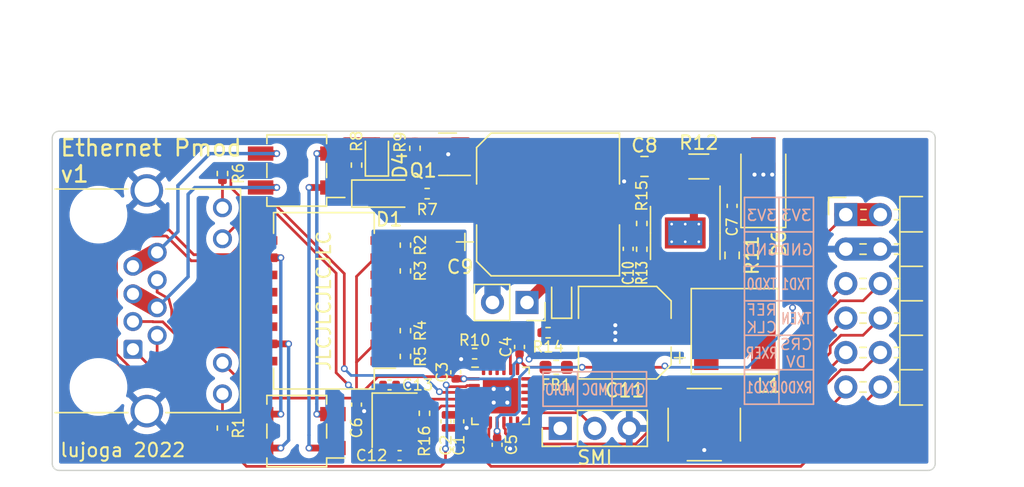
<source format=kicad_pcb>
(kicad_pcb (version 20211014) (generator pcbnew)

  (general
    (thickness 1.6)
  )

  (paper "A4")
  (layers
    (0 "F.Cu" signal)
    (31 "B.Cu" signal)
    (32 "B.Adhes" user "B.Adhesive")
    (33 "F.Adhes" user "F.Adhesive")
    (34 "B.Paste" user)
    (35 "F.Paste" user)
    (36 "B.SilkS" user "B.Silkscreen")
    (37 "F.SilkS" user "F.Silkscreen")
    (38 "B.Mask" user)
    (39 "F.Mask" user)
    (40 "Dwgs.User" user "User.Drawings")
    (41 "Cmts.User" user "User.Comments")
    (42 "Eco1.User" user "User.Eco1")
    (43 "Eco2.User" user "User.Eco2")
    (44 "Edge.Cuts" user)
    (45 "Margin" user)
    (46 "B.CrtYd" user "B.Courtyard")
    (47 "F.CrtYd" user "F.Courtyard")
    (48 "B.Fab" user)
    (49 "F.Fab" user)
    (50 "User.1" user)
    (51 "User.2" user)
    (52 "User.3" user)
    (53 "User.4" user)
    (54 "User.5" user)
    (55 "User.6" user)
    (56 "User.7" user)
    (57 "User.8" user)
    (58 "User.9" user)
  )

  (setup
    (stackup
      (layer "F.SilkS" (type "Top Silk Screen") (color "White"))
      (layer "F.Paste" (type "Top Solder Paste"))
      (layer "F.Mask" (type "Top Solder Mask") (color "Black") (thickness 0.01))
      (layer "F.Cu" (type "copper") (thickness 0.035))
      (layer "dielectric 1" (type "core") (thickness 1.51) (material "FR4") (epsilon_r 4.5) (loss_tangent 0.02))
      (layer "B.Cu" (type "copper") (thickness 0.035))
      (layer "B.Mask" (type "Bottom Solder Mask") (color "Black") (thickness 0.01))
      (layer "B.Paste" (type "Bottom Solder Paste"))
      (layer "B.SilkS" (type "Bottom Silk Screen") (color "White"))
      (copper_finish "HAL lead-free")
      (dielectric_constraints no)
    )
    (pad_to_mask_clearance 0)
    (pcbplotparams
      (layerselection 0x00010fc_ffffffff)
      (disableapertmacros false)
      (usegerberextensions false)
      (usegerberattributes true)
      (usegerberadvancedattributes true)
      (creategerberjobfile true)
      (svguseinch false)
      (svgprecision 6)
      (excludeedgelayer true)
      (plotframeref false)
      (viasonmask false)
      (mode 1)
      (useauxorigin false)
      (hpglpennumber 1)
      (hpglpenspeed 20)
      (hpglpendiameter 15.000000)
      (dxfpolygonmode true)
      (dxfimperialunits true)
      (dxfusepcbnewfont true)
      (psnegative false)
      (psa4output false)
      (plotreference true)
      (plotvalue true)
      (plotinvisibletext false)
      (sketchpadsonfab false)
      (subtractmaskfromsilk false)
      (outputformat 1)
      (mirror false)
      (drillshape 1)
      (scaleselection 1)
      (outputdirectory "")
    )
  )

  (net 0 "")
  (net 1 "+1V2")
  (net 2 "GND")
  (net 3 "VDDA")
  (net 4 "+3V3")
  (net 5 "Net-(C7-Pad1)")
  (net 6 "Net-(C7-Pad2)")
  (net 7 "VDC")
  (net 8 "GND1")
  (net 9 "+5V")
  (net 10 "Net-(C10-Pad2)")
  (net 11 "Net-(D1-Pad2)")
  (net 12 "/DC+A")
  (net 13 "Net-(D2-Pad3)")
  (net 14 "/DC-A")
  (net 15 "/DC+B")
  (net 16 "/DC-B")
  (net 17 "Net-(D4-Pad1)")
  (net 18 "Net-(D5-Pad1)")
  (net 19 "/LED2")
  (net 20 "/LED1")
  (net 21 "/RXD1")
  (net 22 "/RXER")
  (net 23 "/REFCLK")
  (net 24 "/TXD0")
  (net 25 "/RXD0")
  (net 26 "/CRS_DV")
  (net 27 "/TXEN")
  (net 28 "/TXD1")
  (net 29 "/MDIO")
  (net 30 "/MDC")
  (net 31 "/TXN")
  (net 32 "/TXP")
  (net 33 "/RXN")
  (net 34 "/RXP")
  (net 35 "Net-(R10-Pad1)")
  (net 36 "Net-(R11-Pad1)")
  (net 37 "Net-(R12-Pad2)")
  (net 38 "Net-(SW1-Pad2)")
  (net 39 "Net-(C12-Pad1)")
  (net 40 "Net-(C13-Pad1)")
  (net 41 "unconnected-(U2-Pad6)")
  (net 42 "unconnected-(U2-Pad7)")
  (net 43 "Net-(R16-Pad2)")
  (net 44 "/RX-")
  (net 45 "/RX+")
  (net 46 "/TX-")
  (net 47 "/TX+")
  (net 48 "Net-(J1-Pad9)")
  (net 49 "Net-(J1-Pad12)")

  (footprint "Capacitor_SMD:C_0402_1005Metric" (layer "F.Cu") (at 142.33 106.2))

  (footprint "Capacitor_SMD:C_0402_1005Metric" (layer "F.Cu") (at 159.9 96.17 90))

  (footprint "Resistor_SMD:R_0603_1608Metric" (layer "F.Cu") (at 167.55 96.65 90))

  (footprint "Resistor_SMD:R_0402_1005Metric" (layer "F.Cu") (at 143.5 104.1 -90))

  (footprint "Connector_PinHeader_2.54mm:PinHeader_1x03_P2.54mm_Vertical" (layer "F.Cu") (at 154.9 109.4 90))

  (footprint "Capacitor_SMD:C_0402_1005Metric" (layer "F.Cu") (at 143.07 111.4 180))

  (footprint "Package_TO_SOT_SMD:SOT-23" (layer "F.Cu") (at 146.6 89.2 180))

  (footprint "Capacitor_SMD:CP_Elec_10x10" (layer "F.Cu") (at 154 92.9))

  (footprint "Connector_PinSocket_2.54mm:PinSocket_1x02_P2.54mm_Vertical" (layer "F.Cu") (at 152.45 100.125 -90))

  (footprint "Capacitor_SMD:C_0402_1005Metric" (layer "F.Cu") (at 147.2 105.27 90))

  (footprint "Capacitor_SMD:CP_Elec_6.3x7.7" (layer "F.Cu") (at 159.65 102.35 180))

  (footprint "Resistor_SMD:R_0402_1005Metric" (layer "F.Cu") (at 148.595 103.9 180))

  (footprint "Diode_SMD:D_SMA" (layer "F.Cu") (at 169.85 91.2 90))

  (footprint "Inductor_SMD:L_0603_1608Metric" (layer "F.Cu") (at 154.6 104.9 180))

  (footprint "Resistor_SMD:R_0402_1005Metric" (layer "F.Cu") (at 130.03 90.62 -90))

  (footprint "Resistor_SMD:R_0402_1005Metric" (layer "F.Cu") (at 143.5 102.2 90))

  (footprint "Capacitor_SMD:C_0402_1005Metric" (layer "F.Cu") (at 139.9 107.65 -90))

  (footprint "Connector_PinHeader_2.54mm:PinHeader_2x06_P2.54mm_Horizontal" (layer "F.Cu") (at 175.92 93.65))

  (footprint "Resistor_SMD:R_0402_1005Metric" (layer "F.Cu") (at 143.5 95.9 90))

  (footprint "LED_SMD:LED_0603_1608Metric" (layer "F.Cu") (at 155 99.8 90))

  (footprint "ethernet-pmod:Diode_Bridge_Diodes_MBF" (layer "F.Cu") (at 135.5 109.6 180))

  (footprint "Resistor_SMD:R_0402_1005Metric" (layer "F.Cu") (at 144.9 108.29 90))

  (footprint "ethernet-pmod:L_Cenker_CKCS60xx" (layer "F.Cu") (at 167.75 102.25 180))

  (footprint "Capacitor_SMD:C_0402_1005Metric" (layer "F.Cu") (at 151.9 103.4 90))

  (footprint "ethernet-pmod:Transformer_Ethernet_HanRun_HY601742" (layer "F.Cu") (at 137.5 100 90))

  (footprint "Resistor_SMD:R_0402_1005Metric" (layer "F.Cu") (at 130.03 109.38 90))

  (footprint "Capacitor_SMD:C_0402_1005Metric" (layer "F.Cu") (at 167.55 93.005 90))

  (footprint "Resistor_SMD:R_0402_1005Metric" (layer "F.Cu") (at 160.9 94.3 90))

  (footprint "Resistor_SMD:R_1206_3216Metric" (layer "F.Cu") (at 165.1 90.1))

  (footprint "Capacitor_SMD:C_0402_1005Metric" (layer "F.Cu") (at 147.43 108.885 -90))

  (footprint "ethernet-pmod:SW_Push_SPST_NO_XKB_TS-1187A-X-X-X" (layer "F.Cu") (at 165.5 109.125 180))

  (footprint "Resistor_SMD:R_0402_1005Metric" (layer "F.Cu") (at 139.9 90 90))

  (footprint "Capacitor_SMD:C_0402_1005Metric" (layer "F.Cu") (at 150.25 110.61 -90))

  (footprint "Diode_SMD:D_SOD-123" (layer "F.Cu") (at 141.8 92.1))

  (footprint "Package_SO:SOIC-8-1EP_3.9x4.9mm_P1.27mm_EP2.29x3mm_ThermalVias" (layer "F.Cu") (at 164.1 95 -90))

  (footprint "Package_DFN_QFN:QFN-24-1EP_4x4mm_P0.5mm_EP2.6x2.6mm" (layer "F.Cu") (at 150.5 107))

  (footprint "Resistor_SMD:R_0402_1005Metric" (layer "F.Cu") (at 144.2 88.76 90))

  (footprint "Diode_SMD:D_SOD-323" (layer "F.Cu") (at 141.4 89.3 90))

  (footprint "ethernet-pmod:RJ45_Ckmtw_R-RJ45R08P-C000" (layer "F.Cu") (at 123.44 103.57 180))

  (footprint "Resistor_SMD:R_0402_1005Metric" (layer "F.Cu") (at 160.9 96.2 90))

  (footprint "ethernet-pmod:Diode_Bridge_Diodes_MBF" (layer "F.Cu") (at 135.5 90.4 180))

  (footprint "Resistor_SMD:R_0402_1005Metric" (layer "F.Cu") (at 145.1 92.1))

  (footprint "Capacitor_SMD:C_0402_1005Metric" (layer "F.Cu") (at 146.48 108.885 -90))

  (footprint "Resistor_SMD:R_0402_1005Metric" (layer "F.Cu") (at 154 102.35))

  (footprint "Capacitor_SMD:C_0805_2012Metric" (layer "F.Cu") (at 161.1 90.1 180))

  (footprint "Crystal:Crystal_SMD_3225-4Pin_3.2x2.5mm" (layer "F.Cu") (at 142.7 108.8 -90))

  (footprint "Resistor_SMD:R_0402_1005Metric" (layer "F.Cu") (at 143.5 97.8 -90))

  (gr_line (start 161.25 107.77) (end 161.25 105.23) (layer "B.SilkS") (width 0.12) (tstamp 02cbca8a-25eb-4954-bfd2-934c73879f25))
  (gr_line (start 153.63 105.23) (end 153.63 107.77) (layer "B.SilkS") (width 0.12) (tstamp 16461d99-3dc2-4a22-b461-4db9958bd41b))
  (gr_line (start 161.25 105.23) (end 153.63 105.23) (layer "B.SilkS") (width 0.12) (tstamp 3740ef6b-74a0-4201-8f3b-63ff32c59fab))
  (gr_line (start 168.46 92.38) (end 173.54 92.38) (layer "B.SilkS") (width 0.12) (tstamp 3aea9534-cc2f-4945-b573-d9177f31f426))
  (gr_line (start 168.46 107.62) (end 168.46 92.38) (layer "B.SilkS") (width 0.12) (tstamp 5416b10c-eb2c-45d0-956a-d3dfb899d3da))
  (gr_line (start 173.54 92.38) (end 173.54 107.62) (layer "B.SilkS") (width 0.12) (tstamp 566766d6-c281-4d47-b628-a2a6b0950eb1))
  (gr_line (start 168.46 102.54) (end 173.54 102.54) (layer "B.SilkS") (width 0.12) (tstamp 5d71c761-ebf7-4fb1-b44b-0b32e19857a1))
  (gr_line (start 153.63 107.77) (end 161.25 107.77) (layer "B.SilkS") (width 0.12) (tstamp 85d005f5-9f35-4f2c-97fd-0951d2fd8dd5))
  (gr_line (start 171 92.38) (end 171 107.62) (layer "B.SilkS") (width 0.12) (tstamp 8c5cc9c8-c609-486f-af77-fbd6f61a3382))
  (gr_line (start 156.17 105.23) (end 156.17 107.77) (layer "B.SilkS") (width 0.12) (tstamp 9af0b00d-6b54-4a4e-a7ea-2aabb8959c79))
  (gr_line (start 168.46 97.46) (end 173.54 97.46) (layer "B.SilkS") (width 0.12) (tstamp b18247e0-b929-4a1d-8ccb-67c9d7de033b))
  (gr_line (start 168.46 105.08) (end 173.54 105.08) (layer "B.SilkS") (width 0.12) (tstamp b325b969-6c66-4369-b163-732894b02715))
  (gr_line (start 173.54 107.62) (end 168.46 107.62) (layer "B.SilkS") (width 0.12) (tstamp d75828e4-f3a0-4c8c-9355-05078bdb6bb8))
  (gr_line (start 168.46 94.92) (end 173.54 94.92) (layer "B.SilkS") (width 0.12) (tstamp e350db45-56aa-48ad-ad0e-72de6675c6d9))
  (gr_line (start 168.46 100) (end 173.54 100) (layer "B.SilkS") (width 0.12) (tstamp f7a44913-5a4f-405a-87aa-4fff3ff0c737))
  (gr_line (start 158.71 107.77) (end 158.71 105.23) (layer "B.SilkS") (width 0.12) (tstamp fc7480f4-a850-43ea-82fb-ce00089ea126))
  (gr_arc (start 118 112.5) (mid 117.646447 112.353553) (end 117.5 112) (layer "Edge.Cuts") (width 0.1) (tstamp 1b27b212-f6be-4361-93af-1345adfd78d1))
  (gr_line (start 118 112.5) (end 182 112.5) (layer "Edge.Cuts") (width 0.1) (tstamp 1bbd6a17-a3a4-4d64-91fb-960dc8c86e3e))
  (gr_line (start 182 87.5) (end 118 87.5) (layer "Edge.Cuts") (width 0.1) (tstamp 32c682dc-0d51-48d4-ad7a-67bb52e887c8))
  (gr_arc (start 182 87.5) (mid 182.353553 87.646447) (end 182.5 88) (layer "Edge.Cuts") (width 0.1) (tstamp 3739c676-d3f3-463a-8136-ee33186e8883))
  (gr_arc (start 182.5 112) (mid 182.353553 112.353553) (end 182 112.5) (layer "Edge.Cuts") (width 0.1) (tstamp 38f7f5bc-f429-4925-96e0-70c773485a6f))
  (gr_line (start 182.5 112) (end 182.5 88) (layer "Edge.Cuts") (width 0.1) (tstamp b0dd6ee3-0ec1-4fe6-a3ac-dff8fc4acf34))
  (gr_arc (start 117.5 88) (mid 117.646447 87.646447) (end 118 87.5) (layer "Edge.Cuts") (width 0.1) (tstamp bd0f7918-d1af-4a58-8a81-84ecff580770))
  (gr_line (start 117.5 88) (end 117.5 112) (layer "Edge.Cuts") (width 0.1) (tstamp ef6d9a30-d751-4692-98e4-c6aaec6df432))
  (gr_text "MDC" (at 157.44 106.55) (layer "B.SilkS") (tstamp 2bb7a324-726f-4f3f-96e5-1b3dcccc86ac)
    (effects (font (size 0.8 0.6) (thickness 0.12)) (justify mirror))
  )
  (gr_text "RXD0" (at 172.27 106.4) (layer "B.SilkS") (tstamp 2f9b2116-f96c-4347-8e7e-fc202ad6c6b0)
    (effects (font (size 0.8 0.6) (thickness 0.12)) (justify mirror))
  )
  (gr_text "TXD1" (at 172.27 98.78) (layer "B.SilkS") (tstamp 36283506-7508-49a3-b80a-07d031b9f975)
    (effects (font (size 0.8 0.6) (thickness 0.12)) (justify mirror))
  )
  (gr_text "TXEN" (at 172.27 101.32) (layer "B.SilkS") (tstamp 38c558b2-97ee-4e00-aa11-9c2d34737f03)
    (effects (font (size 0.8 0.6) (thickness 0.12)) (justify mirror))
  )
  (gr_text "GND" (at 159.98 106.55) (layer "B.SilkS") (tstamp 4cefb038-7c6a-4739-8334-eb7f5ec1a568)
    (effects (font (size 0.8 0.8) (thickness 0.12)) (justify mirror))
  )
  (gr_text "RXD1" (at 169.73 106.4) (layer "B.SilkS") (tstamp 5697f8b1-0dbd-4b79-ba47-109f04a36602)
    (effects (font (size 0.8 0.6) (thickness 0.12)) (justify mirror))
  )
  (gr_text "GND" (at 169.73 96.24) (layer "B.SilkS") (tstamp 653ed619-32da-4aa5-9ef5-2aa046a30181)
    (effects (font (size 0.8 0.8) (thickness 0.12)) (justify mirror))
  )
  (gr_text "3V3" (at 169.73 93.7) (layer "B.SilkS") (tstamp 7f9a56a5-cc85-4574-bd30-3379858d8272)
    (effects (font (size 0.8 0.8) (thickness 0.12)) (justify mirror))
  )
  (gr_text "RXER" (at 169.73 103.86) (layer "B.SilkS") (tstamp ae66ff4f-6253-4474-84c7-b89d108a0d91)
    (effects (font (size 0.8 0.6) (thickness 0.12)) (justify mirror))
  )
  (gr_text "MDIO" (at 154.9 106.55) (layer "B.SilkS") (tstamp c09205b2-e076-41c6-8387-abf158ef5040)
    (effects (font (size 0.8 0.6) (thickness 0.12)) (justify mirror))
  )
  (gr_text "GND" (at 172.27 96.24) (layer "B.SilkS") (tstamp c6ccf901-539f-4993-b275-11e1c7900267)
    (effects (font (size 0.8 0.8) (thickness 0.12)) (justify mirror))
  )
  (gr_text "CRS\nDV" (at 172.27 103.86) (layer "B.SilkS") (tstamp c8b87722-216d-453d-9a0c-2e84b0f86e79)
    (effects (font (size 0.8 0.8) (thickness 0.12)) (justify mirror))
  )
  (gr_text "TXD0" (at 169.73 98.78) (layer "B.SilkS") (tstamp cfedb1f9-ba27-4bf0-8020-3bed29272a2a)
    (effects (font (size 0.8 0.6) (thickness 0.12)) (justify mirror))
  )
  (gr_text "3V3" (at 172.27 93.7) (layer "B.SilkS") (tstamp d31dc179-119d-4b95-bcae-366d05cde851)
    (effects (font (size 0.8 0.8) (thickness 0.12)) (justify mirror))
  )
  (gr_text "REF\nCLK" (at 169.73 101.32) (layer "B.SilkS") (tstamp fb84c85b-5955-41c2-92b1-a4263ae84cd3)
    (effects (font (size 0.8 0.8) (thickness 0.12)) (justify mirror))
  )
  (gr_text "Ethernet Pmod\nv1" (at 118 89.7) (layer "F.SilkS") (tstamp 26f739ef-9b16-4e32-b3a8-47bf49a8fc19)
    (effects (font (size 1.2 1.2) (thickness 0.18)) (justify left))
  )
  (gr_text "lujoga 2022" (at 118 111) (layer "F.SilkS") (tstamp 4d0b6203-bce9-455d-a850-93c4d816b539)
    (effects (font (size 1 1) (thickness 0.15)) (justify left))
  )
  (gr_text "JLCJLCJLCJLC" (at 137.5 100 90) (layer "F.SilkS") (tstamp 99e86908-ec7f-4cc6-a39a-a78be558ca0a)
    (effects (font (size 1 1) (thickness 0.15)))
  )
  (gr_text "SMI" (at 157.44 111.55) (layer "F.SilkS") (tstamp c0834801-ae31-4120-8fe4-99c5f4a96bbf)
    (effects (font (size 1 1) (thickness 0.15)))
  )

  (segment (start 148.5625 108.25) (end 147.585 108.25) (width 0.25) (layer "F.Cu") (net 1) (tstamp 3e80706d-c6f4-433e-8c6d-982d91fdb1c8))
  (segment (start 147.585 108.25) (end 147.43 108.405) (width 0.2) (layer "F.Cu") (net 1) (tstamp a283d39f-18ac-4144-9a42-92362a186988))
  (segment (start 146.48 108.405) (end 147.43 108.405) (width 0.56) (layer "F.Cu") (net 1) (tstamp dd5f3127-fc4a-4902-854d-ce706717059f))
  (segment (start 130.03 95.43) (end 132.06 93.4) (width 0.2) (layer "F.Cu") (net 2) (tstamp 0257fa17-2d1e-42d6-b3e1-786a3a864805))
  (segment (start 152.6 103.62) (end 152.6 104.3) (width 0.2) (layer "F.Cu") (net 2) (tstamp 10f607a4-6565-4f9d-828c-594a3c628599))
  (segment (start 147.43 109.365) (end 148 109.365) (width 0.5) (layer "F.Cu") (net 2) (tstamp 287ac16b-5b6d-4454-a3ce-51d32651389e))
  (segment (start 141.85 109.9) (end 141.85 110.66) (width 0.2) (layer "F.Cu") (net 2) (tstamp 28942f2b-d9e3-4c52-87eb-09e7c663945b))
  (segment (start 143.55 106.94) (end 142.81 106.2) (width 0.2) (layer "F.Cu") (net 2) (tstamp 2f6ead31-9746-4526-8077-db5689921c68))
  (segment (start 140.46 108.13) (end 140.46 110.26) (width 0.2) (layer "F.Cu") (net 2) (tstamp 43dd5961-4f23-4b41-b38c-f9ccdef60f86))
  (segment (start 138.4 97.965686) (end 138.4 105.3) (width 0.2) (layer "F.Cu") (net 2) (tstamp 4583d555-e7eb-4a16-9208-11cbf49f0ff9))
  (segment (start 141.85 110.66) (end 142.59 111.4) (width 0.2) (layer "F.Cu") (net 2) (tstamp 481e057d-4b95-44b7-b993-948483742d60))
  (segment (start 150.25 111.09) (end 151.01 111.09) (width 0.2) (layer "F.Cu") (net 2) (tstamp 4bbd492c-ba37-4b56-b4b9-e94f21477695))
  (segment (start 151.9 102.92) (end 152.6 103.62) (width 0.2) (layer "F.Cu") (net 2) (tstamp 4f8f6504-c4e8-4f74-bd17-7c9f38a89e6d))
  (segment (start 165.5 111) (end 168.5 111) (width 0.2) (layer "F.Cu") (net 2) (tstamp 530349b6-b4a3-4e20-ac09-dc9e88e059cb))
  (segment (start 139.9 108.13) (end 140.46 108.13) (width 0.5) (layer "F.Cu") (net 2) (tstamp 5d90edda-2ff1-43c2-9acc-be3e981434d3))
  (segment (start 140.46 110.26) (end 141.6 111.4) (width 0.2) (layer "F.Cu") (net 2) (tstamp 663a6b8f-359d-4686-bc2e-040864544f7b))
  (segment (start 133.834314 93.4) (end 138.4 97.965686) (width 0.2) (layer "F.Cu") (net 2) (tstamp 669a9b97-b69c-499b-a464-8e255bd1f7dc))
  (segment (start 142.81 106.2) (end 143.7 106.2) (width 0.2) (layer "F.Cu") (net 2) (tstamp 7a24eac3-70b2-40b0-beb7-cd58f566b7b6))
  (segment (start 148.085 103.9) (end 148 103.9) (width 0.2) (layer "F.Cu") (net 2) (tstamp 84cea9be-8c74-454a-967f-5fc23d956ef6))
  (segment (start 147.2 104.79) (end 147.2 104.7) (width 0.2) (layer "F.Cu") (net 2) (tstamp 8741755f-0750-4e46-af45-65b4fc49f2e0))
  (segment (start 162.5 111) (end 165.5 111) (width 0.2) (layer "F.Cu") (net 2) (tstamp 95ec16c5-d805-424e-9c2c-914311955ff9))
  (segment (start 147.2 104.7) (end 147.6 104.3) (width 0.2) (layer "F.Cu") (net 2) (tstamp a5e58745-fe73-4566-a34d-cc37409445e8))
  (segment (start 132.06 93.4) (end 133.834314 93.4) (width 0.2) (layer "F.Cu") (net 2) (tstamp ac68e3b7-ca4b-4c10-88fe-7c10c266651c))
  (segment (start 141.6 111.4) (end 142.59 111.4) (width 0.2) (layer "F.Cu") (net 2) (tstamp af36d0ab-0da9-48d9-a51c-d40b69b9d9f9))
  (segment (start 148 103.9) (end 147.6 104.3) (width 0.2) (layer "F.Cu") (net 2) (tstamp b7a7a1de-6976-48ba-ad43-32488427143a))
  (segment (start 151.01 111.09) (end 151.2 110.9) (width 0.2) (layer "F.Cu") (net 2) (tstamp dcf6fed0-f763-47f1-ab3e-c86b494bee31))
  (segment (start 138.4 105.3) (end 139.3 106.2) (width 0.2) (layer "F.Cu") (net 2) (tstamp e8444c10-d001-49d7-b1f9-8f41d4cef0b8))
  (segment (start 143.55 107.7) (end 143.55 106.94) (width 0.2) (layer "F.Cu") (net 2) (tstamp f978c38e-371c-4e7c-bd85-ac630bc4ea4e))
  (segment (start 146.48 109.365) (end 147.43 109.365) (width 0.56) (layer "F.Cu") (net 2) (tstamp fe977e65-2904-416c-86cf-b60d84b3e196))
  (via (at 140.46 108.13) (size 0.5) (drill 0.3) (layers "F.Cu" "B.Cu") (net 2) (tstamp 0ea11515-b8a7-4900-a85b-fc084bae88a7))
  (via (at 151 106.5) (size 0.5) (drill 0.3) (layers "F.Cu" "B.Cu") (net 2) (tstamp 141187c8-acb9-48ee-8c39-75b68e6dbefd))
  (via (at 152.6 104.3) (size 0.5) (drill 0.3) (layers "F.Cu" "B.Cu") (net 2) (tstamp 1fc6e023-708c-49c1-aec2-4573625b365c))
  (via (at 148 109.365) (size 0.5) (drill 0.3) (layers "F.Cu" "B.Cu") (net 2) (tstamp 418b3c58-f04d-449b-8619-d84d200cafe2))
  (via (at 151.2 110.9) (size 0.5) (drill 0.3) (layers "F.Cu" "B.Cu") (net 2) (tstamp 502e624f-310d-4782-8e18-4c079c90f211))
  (via (at 150 107.5) (size 0.5) (drill 0.3) (layers "F.Cu" "B.Cu") (net 2) (tstamp 56ea6aa9-dc9e-493d-9df5-9a16e566104d))
  (via (at 139.3 106.2) (size 0.5) (drill 0.3) (layers "F.Cu" "B.Cu") (net 2) (tstamp 77bd17c4-39c7-4c56-9b97-7f177c5c4cd6))
  (via (at 150 106.5) (size 0.5) (drill 0.3) (layers "F.Cu" "B.Cu") (net 2) (tstamp 98c707fb-10f6-4902-bb35-9c83e8478fa3))
  (via (at 165.5 111) (size 0.5) (drill 0.3) (layers "F.Cu" "B.Cu") (net 2) (tstamp a104581f-f547-44e6-831a-428fcf307e3b))
  (via (at 147.6 104.3) (size 0.5) (drill 0.3) (layers "F.Cu" "B.Cu") (net 2) (tstamp ada0a173-3850-4033-b924-952aac4ac100))
  (via (at 151 107.5) (size 0.5) (drill 0.3) (layers "F.Cu" "B.Cu") (net 2) (tstamp c2bc572c-0291-4be2-addd-82566985b7f9))
  (via (at 143.7 106.2) (size 0.5) (drill 0.3) (layers "F.Cu" "B.Cu") (net 2) (tstamp feaac4c8-c1e8-4f7c-b36a-ed6f3547affe))
  (segment (start 140.46 107.36) (end 140.46 108.13) (width 0.2) (layer "B.Cu") (net 2) (tstamp 369baf4e-7dcf-4d93-9460-4ae76072e34d))
  (segment (start 178.46 96.19) (end 175.92 96.19) (width 1.7) (layer "B.Cu") (net 2) (tstamp b6df3ba1-8be2-40a2-bc38-5dbd43f6415d))
  (segment (start 139.3 106.2) (end 140.46 107.36) (width 0.2) (layer "B.Cu") (net 2) (tstamp fa5aeada-de67-4e55-a84f-514569e7024c))
  (segment (start 141.8815 96.825) (end 143.5 96.825) (width 0.635) (layer "F.Cu") (net 3) (tstamp 0a2e5559-c07d-49e8-b857-517a71a052da))
  (segment (start 141.2465 103.175) (end 141.8815 103.175) (width 0.2) (layer "F.Cu") (net 3) (tstamp 2b0a7048-5ace-4e18-81ec-c81809990472))
  (segment (start 139.9 104.5215) (end 141.2465 103.175) (width 0.2) (layer "F.Cu") (net 3) (tstamp 3034a184-5370-4e20-9076-bbda36bc86f6))
  (segment (start 130.03 104.57) (end 132.63 107.17) (width 0.2) (layer "F.Cu") (net 3) (tstamp 43eb65d1-73ea-493a-b2df-813f1e02a01c))
  (segment (start 143.5 96.825) (end 143.5 96.46) (width 0.64) (layer "F.Cu") (net 3) (tstamp 49ca1a79-c206-4804-8269-76dbfb51b9fc))
  (segment (start 132.63 107.17) (end 139.9 107.17) (width 0.2) (layer "F.Cu") (net 3) (tstamp 4b0b770e-8383-4593-b03a-0ce55f47f957))
  (segment (start 141.2815 96.825) (end 141.8815 96.825) (width 0.2) (layer "F.Cu") (net 3) (tstamp 5cee7055-bee2-4d6c-959c-2a642bd58431))
  (segment (start 141.48 105.59) (end 147.04 105.59) (width 0.2) (layer "F.Cu") (net 3) (tstamp 6d27f0c6-a481-42a3-8d0e-1924f93518e4))
  (segment (start 148.5625 105.75) (end 147.8 105.75) (width 0.25) (layer "F.Cu") (net 3) (tstamp 73d297e4-1a30-4fc9-ad8a-260acbbc4208))
  (segment (start 153.8125 104.9) (end 152.4 104.9) (width 0.2) (layer "F.Cu") (net 3) (tstamp 7b7d5c04-3a6c-4e12-874c-414d8bf7d03a))
  (segment (start 139.9 107.17) (end 139.9 104.5215) (width 0.2) (layer "F.Cu") (net 3) (tstamp 9a1658a5-13d5-4578-9851-353901aaf5e5))
  (segment (start 143.5 103.175) (end 143.5 103.54) (width 0.64) (layer "F.Cu") (net 3) (tstamp a43fee9c-8871-41f8-97f1-9f6c00c7b4e2))
  (segment (start 151.75 104.55) (end 151.9 104.4) (width 0.25) (layer "F.Cu") (net 3) (tstamp a454001e-a93a-4a18-ab37
... [157177 chars truncated]
</source>
